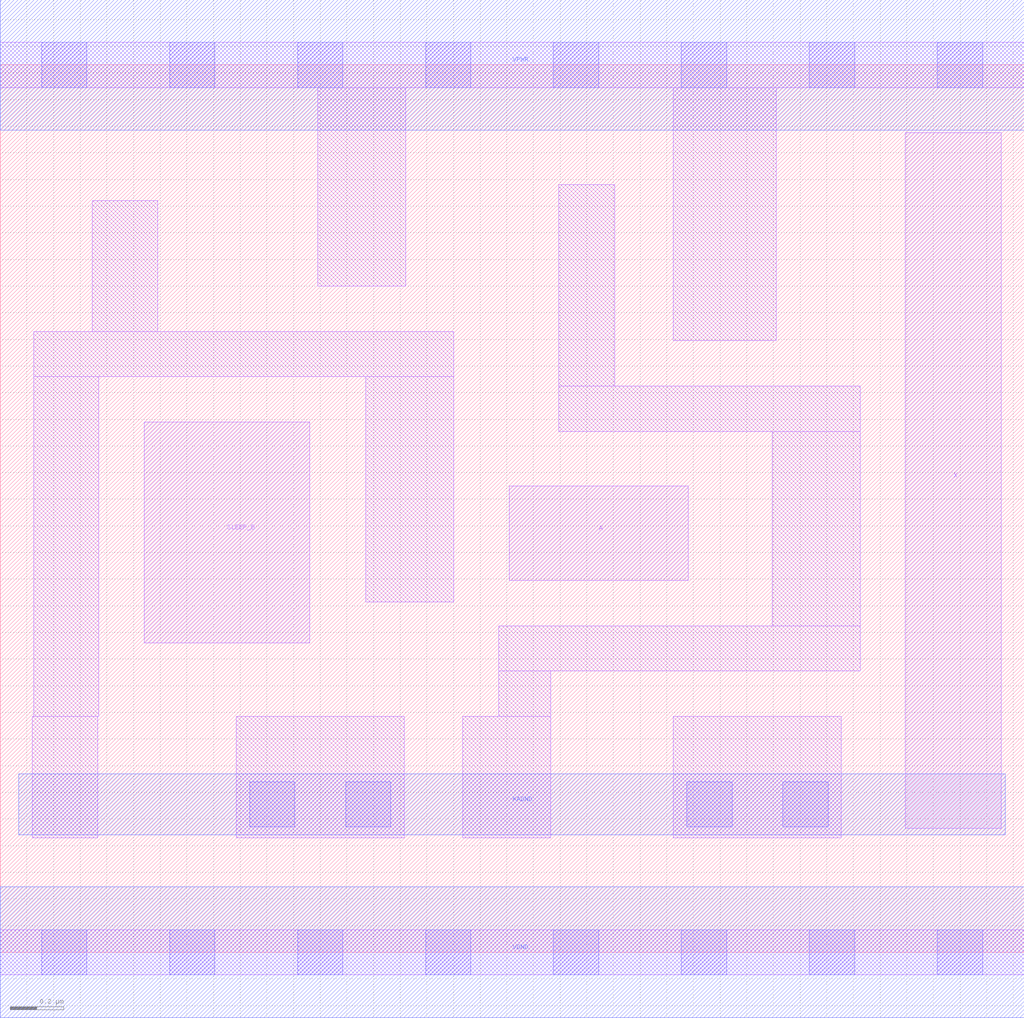
<source format=lef>
# Copyright 2020 The SkyWater PDK Authors
#
# Licensed under the Apache License, Version 2.0 (the "License");
# you may not use this file except in compliance with the License.
# You may obtain a copy of the License at
#
#     https://www.apache.org/licenses/LICENSE-2.0
#
# Unless required by applicable law or agreed to in writing, software
# distributed under the License is distributed on an "AS IS" BASIS,
# WITHOUT WARRANTIES OR CONDITIONS OF ANY KIND, either express or implied.
# See the License for the specific language governing permissions and
# limitations under the License.
#
# SPDX-License-Identifier: Apache-2.0

VERSION 5.7 ;
  NAMESCASESENSITIVE ON ;
  NOWIREEXTENSIONATPIN ON ;
  DIVIDERCHAR "/" ;
  BUSBITCHARS "[]" ;
UNITS
  DATABASE MICRONS 200 ;
END UNITS
MACRO sky130_fd_sc_lp__iso1n_lp
  CLASS CORE ;
  SOURCE USER ;
  FOREIGN sky130_fd_sc_lp__iso1n_lp ;
  ORIGIN  0.000000  0.000000 ;
  SIZE  3.840000 BY  3.330000 ;
  SYMMETRY X Y R90 ;
  SITE unit ;
  PIN A
    ANTENNAGATEAREA  0.189000 ;
    DIRECTION INPUT ;
    USE SIGNAL ;
    PORT
      LAYER li1 ;
        RECT 1.910000 1.395000 2.580000 1.750000 ;
    END
  END A
  PIN SLEEP_B
    ANTENNAGATEAREA  0.252000 ;
    DIRECTION INPUT ;
    USE SIGNAL ;
    PORT
      LAYER li1 ;
        RECT 0.540000 1.160000 1.160000 1.990000 ;
    END
  END SLEEP_B
  PIN X
    ANTENNADIFFAREA  0.445200 ;
    DIRECTION OUTPUT ;
    USE SIGNAL ;
    PORT
      LAYER li1 ;
        RECT 3.395000 0.465000 3.755000 3.075000 ;
    END
  END X
  PIN KAGND
    USE GROUND ;
    PORT
      LAYER met1 ;
        RECT 0.070000 0.440000 3.770000 0.670000 ;
    END
  END KAGND
  PIN VGND
    DIRECTION INOUT ;
    USE GROUND ;
    PORT
      LAYER met1 ;
        RECT 0.000000 -0.245000 3.840000 0.245000 ;
    END
  END VGND
  PIN VPWR
    DIRECTION INOUT ;
    USE POWER ;
    PORT
      LAYER met1 ;
        RECT 0.000000 3.085000 3.840000 3.575000 ;
    END
  END VPWR
  OBS
    LAYER li1 ;
      RECT 0.000000 -0.085000 3.840000 0.085000 ;
      RECT 0.000000  3.245000 3.840000 3.415000 ;
      RECT 0.120000  0.430000 0.365000 0.885000 ;
      RECT 0.125000  0.885000 0.370000 2.160000 ;
      RECT 0.125000  2.160000 1.700000 2.330000 ;
      RECT 0.345000  2.330000 0.590000 2.820000 ;
      RECT 0.885000  0.430000 1.515000 0.885000 ;
      RECT 1.190000  2.500000 1.520000 3.245000 ;
      RECT 1.370000  1.315000 1.700000 2.160000 ;
      RECT 1.735000  0.430000 2.065000 0.885000 ;
      RECT 1.870000  0.885000 2.065000 1.055000 ;
      RECT 1.870000  1.055000 3.225000 1.225000 ;
      RECT 2.095000  1.955000 3.225000 2.125000 ;
      RECT 2.095000  2.125000 2.305000 2.880000 ;
      RECT 2.525000  0.430000 3.155000 0.885000 ;
      RECT 2.525000  2.295000 2.910000 3.245000 ;
      RECT 2.895000  1.225000 3.225000 1.955000 ;
    LAYER mcon ;
      RECT 0.155000 -0.085000 0.325000 0.085000 ;
      RECT 0.155000  3.245000 0.325000 3.415000 ;
      RECT 0.635000 -0.085000 0.805000 0.085000 ;
      RECT 0.635000  3.245000 0.805000 3.415000 ;
      RECT 0.935000  0.470000 1.105000 0.640000 ;
      RECT 1.115000 -0.085000 1.285000 0.085000 ;
      RECT 1.115000  3.245000 1.285000 3.415000 ;
      RECT 1.295000  0.470000 1.465000 0.640000 ;
      RECT 1.595000 -0.085000 1.765000 0.085000 ;
      RECT 1.595000  3.245000 1.765000 3.415000 ;
      RECT 2.075000 -0.085000 2.245000 0.085000 ;
      RECT 2.075000  3.245000 2.245000 3.415000 ;
      RECT 2.555000 -0.085000 2.725000 0.085000 ;
      RECT 2.555000  3.245000 2.725000 3.415000 ;
      RECT 2.575000  0.470000 2.745000 0.640000 ;
      RECT 2.935000  0.470000 3.105000 0.640000 ;
      RECT 3.035000 -0.085000 3.205000 0.085000 ;
      RECT 3.035000  3.245000 3.205000 3.415000 ;
      RECT 3.515000 -0.085000 3.685000 0.085000 ;
      RECT 3.515000  3.245000 3.685000 3.415000 ;
  END
END sky130_fd_sc_lp__iso1n_lp

</source>
